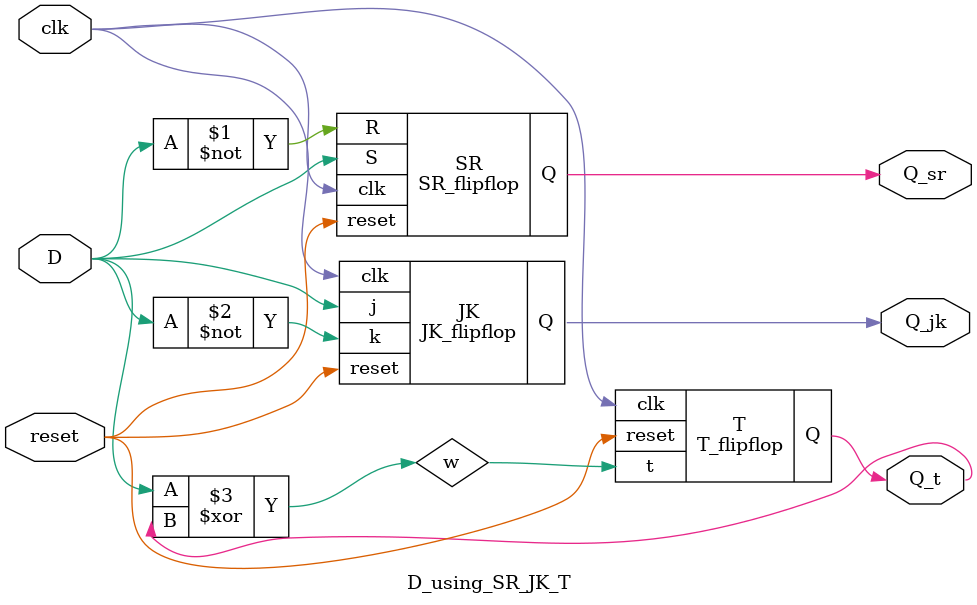
<source format=v>
`timescale 1ns / 1ps
module SR_flipflop(
    input clk,reset,S,R, 
    output reg Q);
    
    always@(posedge clk)
          begin
            if(reset)
            Q <= 1'b0;
            else
                begin
                case({S,R})
                2'b00:Q<=Q;
                2'b01:Q<=1'b0;
                2'b10:Q<=1'b1;
                default: Q<= 2'bxx;
                endcase
                end          
         end
endmodule


module JK_flipflop(
    input j,k,clk,reset,
    output reg Q );
    always@(posedge clk)
          begin
            if({reset})
            Q <= 1'b0;
            else
                begin
                case({j,k})
                2'b00:Q<=Q;
                2'b01:Q<=1'b0;
                2'b10:Q<=1'b1;
                2'b11:Q<=~Q;
                endcase
                end          
         end
endmodule


module T_flipflop(
    input t,clk,reset,
    output reg Q );
    always@(posedge clk)
          begin
            if(reset)
               Q <= 1'b0;
            else
                begin
                   if(t)
                    Q<= ~Q;
                   else
                    Q<= Q;                     
                end
          end
endmodule


module D_using_SR_JK_T(
    input clk, reset, D,
    output Q_sr, Q_jk, Q_t);
    wire w;
    
    SR_flipflop SR(clk, reset, D, ~D, Q_sr);
    
    JK_flipflop JK(D, ~D, clk, reset, Q_jk);

    assign w= D ^ Q_t;
    T_flipflop T(w, clk, reset, Q_t);
    
endmodule

</source>
